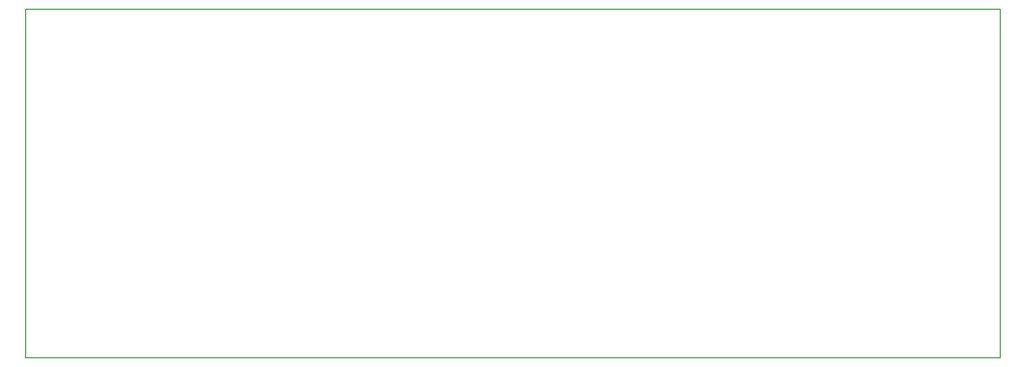
<source format=gbr>
%TF.GenerationSoftware,KiCad,Pcbnew,8.0.2*%
%TF.CreationDate,2024-12-30T14:19:07+01:00*%
%TF.ProjectId,MasterOfAccessories,4d617374-6572-44f6-9641-63636573736f,rev?*%
%TF.SameCoordinates,Original*%
%TF.FileFunction,Profile,NP*%
%FSLAX46Y46*%
G04 Gerber Fmt 4.6, Leading zero omitted, Abs format (unit mm)*
G04 Created by KiCad (PCBNEW 8.0.2) date 2024-12-30 14:19:07*
%MOMM*%
%LPD*%
G01*
G04 APERTURE LIST*
%TA.AperFunction,Profile*%
%ADD10C,0.100000*%
%TD*%
G04 APERTURE END LIST*
D10*
X172500000Y-86000000D02*
X257500000Y-86000000D01*
X257500000Y-116500000D01*
X172500000Y-116500000D01*
X172500000Y-86000000D01*
M02*

</source>
